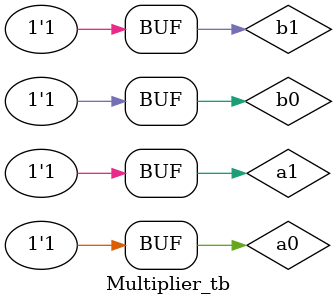
<source format=v>
`timescale 1ns/1ns
`include "lib/HalfAdder.v"

module Multiplier (input a0, a1, b0, b1,output c0, c1, c2, c3);
    
    wire w,x,y,z;

    and(c0, a0, b0);
    and(x, a0, b1);
    and(y, a1, b0);
    HA h1 (x, y, c1, z);
    and(w, a1, b1);
    HA h2 (w, z, c2, c3);

    

endmodule 

module Multiplier_tb;

    reg a0 = 1'b0;
    reg b0 = 1'b0;
    reg a1 = 1'b0;
    reg b1 = 1'b0;

    wire c0, c1, c2, c3;

    Multiplier h1(a0,a1,b0,b1, c0, c1, c2, c3);

    initial
    begin
        $dumpfile("Multiplier.vcd");
        $dumpvars(0, Multiplier_tb);
    end

    initial
    begin
        a1 = 1'b0;
        a0 = 1'b0;
        b1 = 1'b0;
        b0 = 1'b0;
        #10;
        a1 = 1'b0;
        a0 = 1'b0;
        b1 = 1'b0;
        b0 = 1'b1;
        #10;
        a1 = 1'b0;
        a0 = 1'b0;
        b1 = 1'b1;
        b0 = 1'b0;
        #10;
        a1 = 1'b0;
        a0 = 1'b0;
        b1 = 1'b1;
        b0 = 1'b1;
        #10;
        a1 = 1'b0;
        a0 = 1'b1;
        b1 = 1'b0;
        b0 = 1'b0;
        #10;
        a1 = 1'b0;
        a0 = 1'b1;
        b1 = 1'b0;
        b0 = 1'b1;
        #10;
        a1 = 1'b0;
        a0 = 1'b1;
        b1 = 1'b1;
        b0 = 1'b0;
        #10;
        a1 = 1'b0;
        a0 = 1'b1;
        b1 = 1'b1;
        b0 = 1'b1;
        #10;
        a1 = 1'b1;
        a0 = 1'b0;
        b1 = 1'b0;
        b0 = 1'b0;
        #10;
        a1 = 1'b1;
        a0 = 1'b0;
        b1 = 1'b0;
        b0 = 1'b1;
        #10;
        a1 = 1'b1;
        a0 = 1'b0;
        b1 = 1'b1;
        b0 = 1'b0;
        #10;
        a1 = 1'b1;
        a0 = 1'b0;
        b1 = 1'b1;
        b0 = 1'b1;
        #10;
        a1 = 1'b1;
        a0 = 1'b1;
        b1 = 1'b0;
        b0 = 1'b0;
        #10;
        a1 = 1'b1;
        a0 = 1'b1;
        b1 = 1'b0;
        b0 = 1'b1;
        #10;
        a1 = 1'b1;
        a0 = 1'b1;
        b1 = 1'b1;
        b0 = 1'b1;
        #10;
    end

    initial
    begin
        $monitor("A1 = %d\tA2 = %d\tB1 = %d\tB0 = %d\t\tC3 = %d\tC2 = %d\tC1 = %d\tC0 = %d\t",a1,a0,b1,b0,c3,c2,c1,c0);
    end

endmodule

</source>
